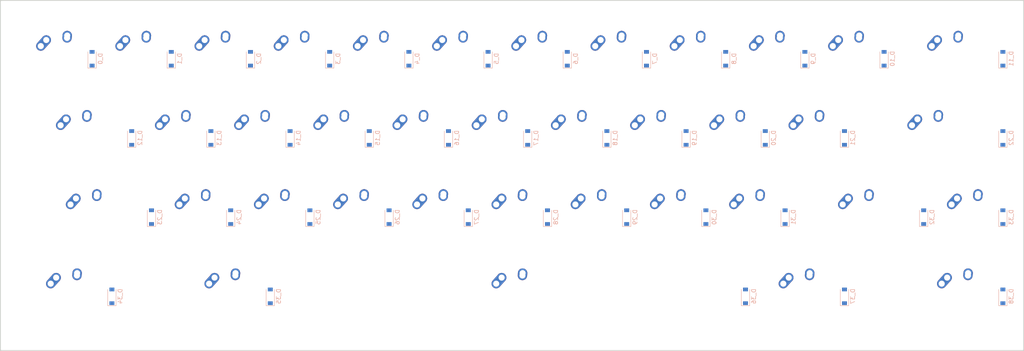
<source format=kicad_pcb>
(kicad_pcb (version 20211014) (generator pcbnew)
  (layers (0 "F.Cu" signal) (31 "B.Cu" signal) (34 "B.Paste" user) (35 "F.Paste" user) (36 "B.SilkS" user "B.Silkscreen") (37 "F.SilkS" user "F.Silkscreen") (38 "B.Mask" user) (39 "F.Mask" user) (44 "Edge.Cuts" user))
  (net 0 "")
  (net 1 "col0")
  (net 2 "col1")
  (net 3 "col2")
  (net 4 "col3")
  (net 5 "col4")
  (net 6 "col5")
  (net 7 "col6")
  (net 8 "col7")
  (net 9 "col8")
  (net 10 "col9")
  (net 11 "col10")
  (net 12 "col11")
  (net 13 "col12")
  (net 14 "row0")
  (net 15 "row1")
  (net 16 "row2")
  (net 17 "row3")
  (net 18 "Net-(D_0-Pad2)")
  (net 19 "Net-(D_1-Pad2)")
  (net 20 "Net-(D_2-Pad2)")
  (net 21 "Net-(D_3-Pad2)")
  (net 22 "Net-(D_4-Pad2)")
  (net 23 "Net-(D_5-Pad2)")
  (net 24 "Net-(D_6-Pad2)")
  (net 25 "Net-(D_7-Pad2)")
  (net 26 "Net-(D_8-Pad2)")
  (net 27 "Net-(D_9-Pad2)")
  (net 28 "Net-(D_10-Pad2)")
  (net 29 "Net-(D_11-Pad2)")
  (net 30 "Net-(D_12-Pad2)")
  (net 31 "Net-(D_13-Pad2)")
  (net 32 "Net-(D_14-Pad2)")
  (net 33 "Net-(D_15-Pad2)")
  (net 34 "Net-(D_16-Pad2)")
  (net 35 "Net-(D_17-Pad2)")
  (net 36 "Net-(D_18-Pad2)")
  (net 37 "Net-(D_19-Pad2)")
  (net 38 "Net-(D_20-Pad2)")
  (net 39 "Net-(D_21-Pad2)")
  (net 40 "Net-(D_22-Pad2)")
  (net 41 "Net-(D_23-Pad2)")
  (net 42 "Net-(D_24-Pad2)")
  (net 43 "Net-(D_25-Pad2)")
  (net 44 "Net-(D_26-Pad2)")
  (net 45 "Net-(D_27-Pad2)")
  (net 46 "Net-(D_28-Pad2)")
  (net 47 "Net-(D_29-Pad2)")
  (net 48 "Net-(D_30-Pad2)")
  (net 49 "Net-(D_31-Pad2)")
  (net 50 "Net-(D_32-Pad2)")
  (net 51 "Net-(D_33-Pad2)")
  (net 52 "Net-(D_34-Pad2)")
  (net 53 "Net-(D_35-Pad2)")
  (net 54 "Net-(D_36-Pad2)")
  (net 55 "Net-(D_37-Pad2)")
  (net 56 "Net-(D_38-Pad2)")
  (footprint "MX_Alps_Hybrid:MX-1U-NoLED" (layer "F.Cu") (at 61.9125 47.625)
    (fp_text reference "K_25")
    (fp_text value "KEYSW")
    (pad "" np_thru_hole circle locked (at -5.08 0 48.0996) (size 1.75 1.75) (drill 1.75) (layers *.Cu *.Mask))
    (pad "" np_thru_hole circle locked (at 5.08 0 48.0996) (size 1.75 1.75) (drill 1.75) (layers *.Cu *.Mask))
    (pad "" np_thru_hole circle locked (at 0 0) (size 3.9878 3.9878) (drill 3.9878) (layers *.Cu *.Mask))
    (pad "1" thru_hole oval locked (at -3.81 -2.54 48.0996) (size 4.211556 2.25) (drill 1.47 (offset 0.980778 0)) (layers *.Cu "B.Mask") (net 4 "col3"))
    (pad "1" thru_hole circle locked (at -2.5 -4) (size 2.25 2.25) (drill 1.47) (layers *.Cu "B.Mask") (net 4 "col3"))
    (pad "2" thru_hole circle locked (at 2.54 -5.08) (size 2.25 2.25) (drill 1.47) (layers *.Cu "B.Mask") (net 43 "Net-(D_25-Pad2)"))
    (pad "2" thru_hole oval locked (at 2.5 -4.5 86.0548) (size 2.831378 2.25) (drill 1.47 (offset 0.290689 0)) (layers *.Cu "B.Mask") (net 43 "Net-(D_25-Pad2)"))
  )
  (footprint "MX_Alps_Hybrid:MX-1U-NoLED" (layer "F.Cu") (at 157.1625 47.625)
    (fp_text reference "K_30")
    (fp_text value "KEYSW")
    (pad "" np_thru_hole circle locked (at -5.08 0 48.0996) (size 1.75 1.75) (drill 1.75) (layers *.Cu *.Mask))
    (pad "" np_thru_hole circle locked (at 0 0) (size 3.9878 3.9878) (drill 3.9878) (layers *.Cu *.Mask))
    (pad "" np_thru_hole circle locked (at 5.08 0 48.0996) (size 1.75 1.75) (drill 1.75) (layers *.Cu *.Mask))
    (pad "1" thru_hole oval locked (at -3.81 -2.54 48.0996) (size 4.211556 2.25) (drill 1.47 (offset 0.980778 0)) (layers *.Cu "B.Mask") (net 9 "col8"))
    (pad "1" thru_hole circle locked (at -2.5 -4) (size 2.25 2.25) (drill 1.47) (layers *.Cu "B.Mask") (net 9 "col8"))
    (pad "2" thru_hole circle locked (at 2.54 -5.08) (size 2.25 2.25) (drill 1.47) (layers *.Cu "B.Mask") (net 48 "Net-(D_30-Pad2)"))
    (pad "2" thru_hole oval locked (at 2.5 -4.5 86.0548) (size 2.831378 2.25) (drill 1.47 (offset 0.290689 0)) (layers *.Cu "B.Mask") (net 48 "Net-(D_30-Pad2)"))
  )
  (footprint "MX_Alps_Hybrid:MX-1.25U-NoLED" (layer "F.Cu") (at 50.00625 66.675)
    (fp_text reference "K_35")
    (fp_text value "KEYSW")
    (pad "" np_thru_hole circle locked (at 5.08 0 48.0996) (size 1.75 1.75) (drill 1.75) (layers *.Cu *.Mask))
    (pad "" np_thru_hole circle locked (at 0 0) (size 3.9878 3.9878) (drill 3.9878) (layers *.Cu *.Mask))
    (pad "" np_thru_hole circle locked (at -5.08 0 48.0996) (size 1.75 1.75) (drill 1.75) (layers *.Cu *.Mask))
    (pad "1" thru_hole circle locked (at -2.5 -4) (size 2.25 2.25) (drill 1.47) (layers *.Cu "B.Mask") (net 3 "col2"))
    (pad "1" thru_hole oval locked (at -3.81 -2.54 48.0996) (size 4.211556 2.25) (drill 1.47 (offset 0.980778 0)) (layers *.Cu "B.Mask") (net 3 "col2"))
    (pad "2" thru_hole oval locked (at 2.5 -4.5 86.0548) (size 2.831378 2.25) (drill 1.47 (offset 0.290689 0)) (layers *.Cu "B.Mask") (net 53 "Net-(D_35-Pad2)"))
    (pad "2" thru_hole circle locked (at 2.54 -5.08) (size 2.25 2.25) (drill 1.47) (layers *.Cu "B.Mask") (net 53 "Net-(D_35-Pad2)"))
  )
  (footprint "MX_Alps_Hybrid:MX-1U-NoLED" (layer "F.Cu") (at 171.45 28.575)
    (fp_text reference "K_20")
    (fp_text value "KEYSW")
    (pad "" np_thru_hole circle locked (at 5.08 0 48.0996) (size 1.75 1.75) (drill 1.75) (layers *.Cu *.Mask))
    (pad "" np_thru_hole circle locked (at 0 0) (size 3.9878 3.9878) (drill 3.9878) (layers *.Cu *.Mask))
    (pad "" np_thru_hole circle locked (at -5.08 0 48.0996) (size 1.75 1.75) (drill 1.75) (layers *.Cu *.Mask))
    (pad "1" thru_hole oval locked (at -3.81 -2.54 48.0996) (size 4.211556 2.25) (drill 1.47 (offset 0.980778 0)) (layers *.Cu "B.Mask") (net 10 "col9"))
    (pad "1" thru_hole circle locked (at -2.5 -4) (size 2.25 2.25) (drill 1.47) (layers *.Cu "B.Mask") (net 10 "col9"))
    (pad "2" thru_hole circle locked (at 2.54 -5.08) (size 2.25 2.25) (drill 1.47) (layers *.Cu "B.Mask") (net 38 "Net-(D_20-Pad2)"))
    (pad "2" thru_hole oval locked (at 2.5 -4.5 86.0548) (size 2.831378 2.25) (drill 1.47 (offset 0.290689 0)) (layers *.Cu "B.Mask") (net 38 "Net-(D_20-Pad2)"))
  )
  (footprint "MX_Alps_Hybrid:MX-1U-NoLED" (layer "F.Cu") (at 119.0625 47.625)
    (fp_text reference "K_28")
    (fp_text value "KEYSW")
    (pad "" np_thru_hole circle locked (at 0 0) (size 3.9878 3.9878) (drill 3.9878) (layers *.Cu *.Mask))
    (pad "" np_thru_hole circle locked (at 5.08 0 48.0996) (size 1.75 1.75) (drill 1.75) (layers *.Cu *.Mask))
    (pad "" np_thru_hole circle locked (at -5.08 0 48.0996) (size 1.75 1.75) (drill 1.75) (layers *.Cu *.Mask))
    (pad "1" thru_hole oval locked (at -3.81 -2.54 48.0996) (size 4.211556 2.25) (drill 1.47 (offset 0.980778 0)) (layers *.Cu "B.Mask") (net 7 "col6"))
    (pad "1" thru_hole circle locked (at -2.5 -4) (size 2.25 2.25) (drill 1.47) (layers *.Cu "B.Mask") (net 7 "col6"))
    (pad "2" thru_hole circle locked (at 2.54 -5.08) (size 2.25 2.25) (drill 1.47) (layers *.Cu "B.Mask") (net 46 "Net-(D_28-Pad2)"))
    (pad "2" thru_hole oval locked (at 2.5 -4.5 86.0548) (size 2.831378 2.25) (drill 1.47 (offset 0.290689 0)) (layers *.Cu "B.Mask") (net 46 "Net-(D_28-Pad2)"))
  )
  (footprint "MX_Alps_Hybrid:MX-1.75U-NoLED" (layer "F.Cu") (at 16.66875 47.625)
    (fp_text reference "K_23")
    (fp_text value "KEYSW")
    (pad "" np_thru_hole circle locked (at 0 0) (size 3.9878 3.9878) (drill 3.9878) (layers *.Cu *.Mask))
    (pad "" np_thru_hole circle locked (at 5.08 0 48.0996) (size 1.75 1.75) (drill 1.75) (layers *.Cu *.Mask))
    (pad "" np_thru_hole circle locked (at -5.08 0 48.0996) (size 1.75 1.75) (drill 1.75) (layers *.Cu *.Mask))
    (pad "1" thru_hole circle locked (at -2.5 -4) (size 2.25 2.25) (drill 1.47) (layers *.Cu "B.Mask") (net 1 "col0"))
    (pad "1" thru_hole oval locked (at -3.81 -2.54 48.0996) (size 4.211556 2.25) (drill 1.47 (offset 0.980778 0)) (layers *.Cu "B.Mask") (net 1 "col0"))
    (pad "2" thru_hole circle locked (at 2.54 -5.08) (size 2.25 2.25) (drill 1.47) (layers *.Cu "B.Mask") (net 41 "Net-(D_23-Pad2)"))
    (pad "2" thru_hole oval locked (at 2.5 -4.5 86.0548) (size 2.831378 2.25) (drill 1.47 (offset 0.290689 0)) (layers *.Cu "B.Mask") (net 41 "Net-(D_23-Pad2)"))
  )
  (footprint "MX_Alps_Hybrid:MX-1U-NoLED" (layer "F.Cu") (at 133.35 28.575)
    (fp_text reference "K_18")
    (fp_text value "KEYSW")
    (pad "" np_thru_hole circle locked (at -5.08 0 48.0996) (size 1.75 1.75) (drill 1.75) (layers *.Cu *.Mask))
    (pad "" np_thru_hole circle locked (at 5.08 0 48.0996) (size 1.75 1.75) (drill 1.75) (layers *.Cu *.Mask))
    (pad "" np_thru_hole circle locked (at 0 0) (size 3.9878 3.9878) (drill 3.9878) (layers *.Cu *.Mask))
    (pad "1" thru_hole circle locked (at -2.5 -4) (size 2.25 2.25) (drill 1.47) (layers *.Cu "B.Mask") (net 8 "col7"))
    (pad "1" thru_hole oval locked (at -3.81 -2.54 48.0996) (size 4.211556 2.25) (drill 1.47 (offset 0.980778 0)) (layers *.Cu "B.Mask") (net 8 "col7"))
    (pad "2" thru_hole circle locked (at 2.54 -5.08) (size 2.25 2.25) (drill 1.47) (layers *.Cu "B.Mask") (net 36 "Net-(D_18-Pad2)"))
    (pad "2" thru_hole oval locked (at 2.5 -4.5 86.0548) (size 2.831378 2.25) (drill 1.47 (offset 0.290689 0)) (layers *.Cu "B.Mask") (net 36 "Net-(D_18-Pad2)"))
  )
  (footprint "MX_Alps_Hybrid:MX-1.75U-NoLED" (layer "F.Cu") (at 202.40625 47.625)
    (fp_text reference "K_32")
    (fp_text value "KEYSW")
    (pad "" np_thru_hole circle locked (at 0 0) (size 3.9878 3.9878) (drill 3.9878) (layers *.Cu *.Mask))
    (pad "" np_thru_hole circle locked (at 5.08 0 48.0996) (size 1.75 1.75) (drill 1.75) (layers *.Cu *.Mask))
    (pad "" np_thru_hole circle locked (at -5.08 0 48.0996) (size 1.75 1.75) (drill 1.75) (layers *.Cu *.Mask))
    (pad "1" thru_hole circle locked (at -2.5 -4) (size 2.25 2.25) (drill 1.47) (layers *.Cu "B.Mask") (net 11 "col10"))
    (pad "1" thru_hole oval locked (at -3.81 -2.54 48.0996) (size 4.211556 2.25) (drill 1.47 (offset 0.980778 0)) (layers *.Cu "B.Mask") (net 11 "col10"))
    (pad "2" thru_hole oval locked (at 2.5 -4.5 86.0548) (size 2.831378 2.25) (drill 1.47 (offset 0.290689 0)) (layers *.Cu "B.Mask") (net 50 "Net-(D_32-Pad2)"))
    (pad "2" thru_hole circle locked (at 2.54 -5.08) (size 2.25 2.25) (drill 1.47) (layers *.Cu "B.Mask") (net 50 "Net-(D_32-Pad2)"))
  )
  (footprint "MX_Alps_Hybrid:MX-1.25U-NoLED" (layer "F.Cu") (at 226.21875 66.675)
    (fp_text reference "K_38")
    (fp_text value "KEYSW")
    (pad "" np_thru_hole circle locked (at 5.08 0 48.0996) (size 1.75 1.75) (drill 1.75) (layers *.Cu *.Mask))
    (pad "" np_thru_hole circle locked (at 0 0) (size 3.9878 3.9878) (drill 3.9878) (layers *.Cu *.Mask))
    (pad "" np_thru_hole circle locked (at -5.08 0 48.0996) (size 1.75 1.75) (drill 1.75) (layers *.Cu *.Mask))
    (pad "1" thru_hole oval locked (at -3.81 -2.54 48.0996) (size 4.211556 2.25) (drill 1.47 (offset 0.980778 0)) (layers *.Cu "B.Mask") (net 12 "col11"))
    (pad "1" thru_hole circle locked (at -2.5 -4) (size 2.25 2.25) (drill 1.47) (layers *.Cu "B.Mask") (net 12 "col11"))
    (pad "2" thru_hole oval locked (at 2.5 -4.5 86.0548) (size 2.831378 2.25) (drill 1.47 (offset 0.290689 0)) (layers *.Cu "B.Mask") (net 56 "Net-(D_38-Pad2)"))
    (pad "2" thru_hole circle locked (at 2.54 -5.08) (size 2.25 2.25) (drill 1.47) (layers *.Cu "B.Mask") (net 56 "Net-(D_38-Pad2)"))
  )
  (footprint "MX_Alps_Hybrid:MX-1.5U-NoLED" (layer "F.Cu") (at 223.8375 9.525)
    (fp_text reference "K_11")
    (fp_text value "KEYSW")
    (pad "" np_thru_hole circle locked (at 5.08 0 48.0996) (size 1.75 1.75) (drill 1.75) (layers *.Cu *.Mask))
    (pad "" np_thru_hole circle locked (at -5.08 0 48.0996) (size 1.75 1.75) (drill 1.75) (layers *.Cu *.Mask))
    (pad "" np_thru_hole circle locked (at 0 0) (size 3.9878 3.9878) (drill 3.9878) (layers *.Cu *.Mask))
    (pad "1" thru_hole circle locked (at -2.5 -4) (size 2.25 2.25) (drill 1.47) (layers *.Cu "B.Mask") (net 12 "col11"))
    (pad "1" thru_hole oval locked (at -3.81 -2.54 48.0996) (size 4.211556 2.25) (drill 1.47 (offset 0.980778 0)) (layers *.Cu "B.Mask") (net 12 "col11"))
    (pad "2" thru_hole circle locked (at 2.54 -5.08) (size 2.25 2.25) (drill 1.47) (layers *.Cu "B.Mask") (net 29 "Net-(D_11-Pad2)"))
    (pad "2" thru_hole oval locked (at 2.5 -4.5 86.0548) (size 2.831378 2.25) (drill 1.47 (offset 0.290689 0)) (layers *.Cu "B.Mask") (net 29 "Net-(D_11-Pad2)"))
  )
  (footprint "MX_Alps_Hybrid:MX-1U-NoLED" (layer "F.Cu") (at 66.675 9.525)
    (fp_text reference "K_3")
    (fp_text value "KEYSW")
    (pad "" np_thru_hole circle locked (at -5.08 0 48.0996) (size 1.75 1.75) (drill 1.75) (layers *.Cu *.Mask))
    (pad "" np_thru_hole circle locked (at 0 0) (size 3.9878 3.9878) (drill 3.9878) (layers *.Cu *.Mask))
    (pad "" np_thru_hole circle locked (at 5.08 0 48.0996) (size 1.75 1.75) (drill 1.75) (layers *.Cu *.Mask))
    (pad "1" thru_hole oval locked (at -3.81 -2.54 48.0996) (size 4.211556 2.25) (drill 1.47 (offset 0.980778 0)) (layers *.Cu "B.Mask") (net 4 "col3"))
    (pad "1" thru_hole circle locked (at -2.5 -4) (size 2.25 2.25) (drill 1.47) (layers *.Cu "B.Mask") (net 4 "col3"))
    (pad "2" thru_hole oval locked (at 2.5 -4.5 86.0548) (size 2.831378 2.25) (drill 1.47 (offset 0.290689 0)) (layers *.Cu "B.Mask") (net 21 "Net-(D_3-Pad2)"))
    (pad "2" thru_hole circle locked (at 2.54 -5.08) (size 2.25 2.25) (drill 1.47) (layers *.Cu "B.Mask") (net 21 "Net-(D_3-Pad2)"))
  )
  (footprint "MX_Alps_Hybrid:MX-6U-NoLED" (layer "F.Cu") (at 119.0625 66.675)
    (fp_text reference "K_36")
    (fp_text value "KEYSW")
    (pad "" np_thru_hole circle locked (at -5.08 0 48.0996) (size 1.75 1.75) (drill 1.75) (layers *.Cu *.Mask))
    (pad "" np_thru_hole circle locked (at 0 0) (size 3.9878 3.9878) (drill 3.9878) (layers *.Cu *.Mask))
    (pad "" np_thru_hole circle locked (at 5.08 0 48.0996) (size 1.75 1.75) (drill 1.75) (layers *.Cu *.Mask))
    (pad "1" thru_hole oval locked (at -3.81 -2.54 48.0996) (size 4.211556 2.25) (drill 1.47 (offset 0.980778 0)) (layers *.Cu "B.Mask") (net 7 "col6"))
    (pad "1" thru_hole circle locked (at -2.5 -4) (size 2.25 2.25) (drill 1.47) (layers *.Cu "B.Mask") (net 7 "col6"))
    (pad "2" thru_hole circle locked (at 2.54 -5.08) (size 2.25 2.25) (drill 1.47) (layers *.Cu "B.Mask") (net 54 "Net-(D_36-Pad2)"))
    (pad "2" thru_hole oval locked (at 2.5 -4.5 86.0548) (size 2.831378 2.25) (drill 1.47 (offset 0.290689 0)) (layers *.Cu "B.Mask") (net 54 "Net-(D_36-Pad2)"))
  )
  (footprint "MX_Alps_Hybrid:MX-1U-NoLED" (layer "F.Cu") (at 176.2125 47.625)
    (fp_text reference "K_31")
    (fp_text value "KEYSW")
    (pad "" np_thru_hole circle locked (at -5.08 0 48.0996) (size 1.75 1.75) (drill 1.75) (layers *.Cu *.Mask))
    (pad "" np_thru_hole circle locked (at 0 0) (size 3.9878 3.9878) (drill 3.9878) (layers *.Cu *.Mask))
    (pad "" np_thru_hole circle locked (at 5.08 0 48.0996) (size 1.75 1.75) (drill 1.75) (layers *.Cu *.Mask))
    (pad "1" thru_hole oval locked (at -3.81 -2.54 48.0996) (size 4.211556 2.25) (drill 1.47 (offset 0.980778 0)) (layers *.Cu "B.Mask") (net 10 "col9"))
    (pad "1" thru_hole circle locked (at -2.5 -4) (size 2.25 2.25) (drill 1.47) (layers *.Cu "B.Mask") (net 10 "col9"))
    (pad "2" thru_hole oval locked (at 2.5 -4.5 86.0548) (size 2.831378 2.25) (drill 1.47 (offset 0.290689 0)) (layers *.Cu "B.Mask") (net 49 "Net-(D_31-Pad2)"))
    (pad "2" thru_hole circle locked (at 2.54 -5.08) (size 2.25 2.25) (drill 1.47) (layers *.Cu "B.Mask") (net 49 "Net-(D_31-Pad2)"))
  )
  (footprint "MX_Alps_Hybrid:MX-1U-NoLED" (layer "F.Cu") (at 95.25 28.575)
    (fp_text reference "K_16")
    (fp_text value "KEYSW")
    (pad "" np_thru_hole circle locked (at 0 0) (size 3.9878 3.9878) (drill 3.9878) (layers *.Cu *.Mask))
    (pad "" np_thru_hole circle locked (at 5.08 0 48.0996) (size 1.75 1.75) (drill 1.75) (layers *.Cu *.Mask))
    (pad "" np_thru_hole circle locked (at -5.08 0 48.0996) (size 1.75 1.75) (drill 1.75) (layers *.Cu *.Mask))
    (pad "1" thru_hole circle locked (at -2.5 -4) (size 2.25 2.25) (drill 1.47) (layers *.Cu "B.Mask") (net 6 "col5"))
    (pad "1" thru_hole oval locked (at -3.81 -2.54 48.0996) (size 4.211556 2.25) (drill 1.47 (offset 0.980778 0)) (layers *.Cu "B.Mask") (net 6 "col5"))
    (pad "2" thru_hole circle locked (at 2.54 -5.08) (size 2.25 2.25) (drill 1.47) (layers *.Cu "B.Mask") (net 34 "Net-(D_16-Pad2)"))
    (pad "2" thru_hole oval locked (at 2.5 -4.5 86.0548) (size 2.831378 2.25) (drill 1.47 (offset 0.290689 0)) (layers *.Cu "B.Mask") (net 34 "Net-(D_16-Pad2)"))
  )
  (footprint "MX_Alps_Hybrid:MX-1U-NoLED" (layer "F.Cu") (at 85.725 9.525)
    (fp_text reference "K_4")
    (fp_text value "KEYSW")
    (pad "" np_thru_hole circle locked (at 0 0) (size 3.9878 3.9878) (drill 3.9878) (layers *.Cu *.Mask))
    (pad "" np_thru_hole circle locked (at 5.08 0 48.0996) (size 1.75 1.75) (drill 1.75) (layers *.Cu *.Mask))
    (pad "" np_thru_hole circle locked (at -5.08 0 48.0996) (size 1.75 1.75) (drill 1.75) (layers *.Cu *.Mask))
    (pad "1" thru_hole oval locked (at -3.81 -2.54 48.0996) (size 4.211556 2.25) (drill 1.47 (offset 0.980778 0)) (layers *.Cu "B.Mask") (net 5 "col4"))
    (pad "1" thru_hole circle locked (at -2.5 -4) (size 2.25 2.25) (drill 1.47) (layers *.Cu "B.Mask") (net 5 "col4"))
    (pad "2" thru_hole oval locked (at 2.5 -4.5 86.0548) (size 2.831378 2.25) (drill 1.47 (offset 0.290689 0)) (layers *.Cu "B.Mask") (net 22 "Net-(D_4-Pad2)"))
    (pad "2" thru_hole circle locked (at 2.54 -5.08) (size 2.25 2.25) (drill 1.47) (layers *.Cu "B.Mask") (net 22 "Net-(D_4-Pad2)"))
  )
  (footprint "MX_Alps_Hybrid:MX-1U-NoLED" (layer "F.Cu") (at 100.0125 47.625)
    (fp_text reference "K_27")
    (fp_text value "KEYSW")
    (pad "" np_thru_hole circle locked (at 5.08 0 48.0996) (size 1.75 1.75) (drill 1.75) (layers *.Cu *.Mask))
    (pad "" np_thru_hole circle locked (at 0 0) (size 3.9878 3.9878) (drill 3.9878) (layers *.Cu *.Mask))
    (pad "" np_thru_hole circle locked (at -5.08 0 48.0996) (size 1.75 1.75) (drill 1.75) (layers *.Cu *.Mask))
    (pad "1" thru_hole circle locked (at -2.5 -4) (size 2.25 2.25) (drill 1.47) (layers *.Cu "B.Mask") (net 6 "col5"))
    (pad "1" thru_hole oval locked (at -3.81 -2.54 48.0996) (size 4.211556 2.25) (drill 1.47 (offset 0.980778 0)) (layers *.Cu "B.Mask") (net 6 "col5"))
    (pad "2" thru_hole circle locked (at 2.54 -5.08) (size 2.25 2.25) (drill 1.47) (layers *.Cu "B.Mask") (net 45 "Net-(D_27-Pad2)"))
    (pad "2" thru_hole oval locked (at 2.5 -4.5 86.0548) (size 2.831378 2.25) (drill 1.47 (offset 0.290689 0)) (layers *.Cu "B.Mask") (net 45 "Net-(D_27-Pad2)"))
  )
  (footprint "MX_Alps_Hybrid:MX-1U-NoLED" (layer "F.Cu") (at 200.025 9.525)
    (fp_text reference "K_10")
    (fp_text value "KEYSW")
    (pad "" np_thru_hole circle locked (at -5.08 0 48.0996) (size 1.75 1.75) (drill 1.75) (layers *.Cu *.Mask))
    (pad "" np_thru_hole circle locked (at 5.08 0 48.0996) (size 1.75 1.75) (drill 1.75) (layers *.Cu *.Mask))
    (pad "" np_thru_hole circle locked (at 0 0) (size 3.9878 3.9878) (drill 3.9878) (layers *.Cu *.Mask))
    (pad "1" thru_hole circle locked (at -2.5 -4) (size 2.25 2.25) (drill 1.47) (layers *.Cu "B.Mask") (net 11 "col10"))
    (pad "1" thru_hole oval locked (at -3.81 -2.54 48.0996) (size 4.211556 2.25) (drill 1.47 (offset 0.980778 0)) (layers *.Cu "B.Mask") (net 11 "col10"))
    (pad "2" thru_hole oval locked (at 2.5 -4.5 86.0548) (size 2.831378 2.25) (drill 1.47 (offset 0.290689 0)) (layers *.Cu "B.Mask") (net 28 "Net-(D_10-Pad2)"))
    (pad "2" thru_hole circle locked (at 2.54 -5.08) (size 2.25 2.25) (drill 1.47) (layers *.Cu "B.Mask") (net 28 "Net-(D_10-Pad2)"))
  )
  (footprint "MX_Alps_Hybrid:MX-1U-NoLED" (layer "F.Cu") (at 76.2 28.575)
    (fp_text reference "K_15")
    (fp_text value "KEYSW")
    (pad "" np_thru_hole circle locked (at 5.08 0 48.0996) (size 1.75 1.75) (drill 1.75) (layers *.Cu *.Mask))
    (pad "" np_thru_hole circle locked (at 0 0) (size 3.9878 3.9878) (drill 3.9878) (layers *.Cu *.Mask))
    (pad "" np_thru_hole circle locked (at -5.08 0 48.0996) (size 1.75 1.75) (drill 1.75) (layers *.Cu *.Mask))
    (pad "1" thru_hole circle locked (at -2.5 -4) (size 2.25 2.25) (drill 1.47) (layers *.Cu "B.Mask") (net 5 "col4"))
    (pad "1" thru_hole oval locked (at -3.81 -2.54 48.0996) (size 4.211556 2.25) (drill 1.47 (offset 0.980778 0)) (layers *.Cu "B.Mask") (net 5 "col4"))
    (pad "2" thru_hole circle locked (at 2.54 -5.08) (size 2.25 2.25) (drill 1.47) (layers *.Cu "B.Mask") (net 33 "Net-(D_15-Pad2)"))
    (pad "2" thru_hole oval locked (at 2.5 -4.5 86.0548) (size 2.831378 2.25) (drill 1.47 (offset 0.290689 0)) (layers *.Cu "B.Mask") (net 33 "Net-(D_15-Pad2)"))
  )
  (footprint "MX_Alps_Hybrid:MX-1.25U-NoLED" (layer "F.Cu") (at 188.11875 66.675)
    (fp_text reference "K_37")
    (fp_text value "KEYSW")
    (pad "" np_thru_hole circle locked (at -5.08 0 48.0996) (size 1.75 1.75) (drill 1.75) (layers *.Cu *.Mask))
    (pad "" np_thru_hole circle locked (at 0 0) (size 3.9878 3.9878) (drill 3.9878) (layers *.Cu *.Mask))
    (pad "" np_thru_hole circle locked (at 5.08 0 48.0996) (size 1.75 1.75) (drill 1.75) (layers *.Cu *.Mask))
    (pad "1" thru_hole oval locked (at -3.81 -2.54 48.0996) (size 4.211556 2.25) (drill 1.47 (offset 0.980778 0)) (layers *.Cu "B.Mask") (net 10 "col9"))
    (pad "1" thru_hole circle locked (at -2.5 -4) (size 2.25 2.25) (drill 1.47) (layers *.Cu "B.Mask") (net 10 "col9"))
    (pad "2" thru_hole circle locked (at 2.54 -5.08) (size 2.25 2.25) (drill 1.47) (layers *.Cu "B.Mask") (net 55 "Net-(D_37-Pad2)"))
    (pad "2" thru_hole oval locked (at 2.5 -4.5 86.0548) (size 2.831378 2.25) (drill 1.47 (offset 0.290689 0)) (layers *.Cu "B.Mask") (net 55 "Net-(D_37-Pad2)"))
  )
  (footprint "MX_Alps_Hybrid:MX-1U-NoLED" (layer "F.Cu") (at 142.875 9.525)
    (fp_text reference "K_7")
    (fp_text value "KEYSW")
    (pad "" np_thru_hole circle locked (at -5.08 0 48.0996) (size 1.75 1.75) (drill 1.75) (layers *.Cu *.Mask))
    (pad "" np_thru_hole circle locked (at 5.08 0 48.0996) (size 1.75 1.75) (drill 1.75) (layers *.Cu *.Mask))
    (pad "" np_thru_hole circle locked (at 0 0) (size 3.9878 3.9878) (drill 3.9878) (layers *.Cu *.Mask))
    (pad "1" thru_hole circle locked (at -2.5 -4) (size 2.25 2.25) (drill 1.47) (layers *.Cu "B.Mask") (net 8 "col7"))
    (pad "1" thru_hole oval locked (at -3.81 -2.54 48.0996) (size 4.211556 2.25) (drill 1.47 (offset 0.980778 0)) (layers *.Cu "B.Mask") (net 8 "col7"))
    (pad "2" thru_hole circle locked (at 2.54 -5.08) (size 2.25 2.25) (drill 1.47) (layers *.Cu "B.Mask") (net 25 "Net-(D_7-Pad2)"))
    (pad "2" thru_hole oval locked (at 2.5 -4.5 86.0548) (size 2.831378 2.25) (drill 1.47 (offset 0.290689 0)) (layers *.Cu "B.Mask") (net 25 "Net-(D_7-Pad2)"))
  )
  (footprint "MX_Alps_Hybrid:MX-1U-NoLED" (layer "F.Cu") (at 138.1125 47.625)
    (fp_text reference "K_29")
    (fp_text value "KEYSW")
    (pad "" np_thru_hole circle locked (at 0 0) (size 3.9878 3.9878) (drill 3.9878) (layers *.Cu *.Mask))
    (pad "" np_thru_hole circle locked (at 5.08 0 48.0996) (size 1.75 1.75) (drill 1.75) (layers *.Cu *.Mask))
    (pad "" np_thru_hole circle locked (at -5.08 0 48.0996) (size 1.75 1.75) (drill 1.75) (layers *.Cu *.Mask))
    (pad "1" thru_hole oval locked (at -3.81 -2.54 48.0996) (size 4.211556 2.25) (drill 1.47 (offset 0.980778 0)) (layers *.Cu "B.Mask") (net 8 "col7"))
    (pad "1" thru_hole circle locked (at -2.5 -4) (size 2.25 2.25) (drill 1.47) (layers *.Cu "B.Mask") (net 8 "col7"))
    (pad "2" thru_hole oval locked (at 2.5 -4.5 86.0548) (size 2.831378 2.25) (drill 1.47 (offset 0.290689 0)) (layers *.Cu "B.Mask") (net 47 "Net-(D_29-Pad2)"))
    (pad "2" thru_hole circle locked (at 2.54 -5.08) (size 2.25 2.25) (drill 1.47) (layers *.Cu "B.Mask") (net 47 "Net-(D_29-Pad2)"))
  )
  (footprint "MX_Alps_Hybrid:MX-1U-NoLED" (layer "F.Cu") (at 161.925 9.525)
    (fp_text reference "K_8")
    (fp_text value "KEYSW")
    (pad "" np_thru_hole circle locked (at -5.08 0 48.0996) (size 1.75 1.75) (drill 1.75) (layers *.Cu *.Mask))
    (pad "" np_thru_hole circle locked (at 0 0) (size 3.9878 3.9878) (drill 3.9878) (layers *.Cu *.Mask))
    (pad "" np_thru_hole circle locked (at 5.08 0 48.0996) (size 1.75 1.75) (drill 1.75) (layers *.Cu *.Mask))
    (pad "1" thru_hole circle locked (at -2.5 -4) (size 2.25 2.25) (drill 1.47) (layers *.Cu "B.Mask") (net 9 "col8"))
    (pad "1" thru_hole oval locked (at -3.81 -2.54 48.0996) (size 4.211556 2.25) (drill 1.47 (offset 0.980778 0)) (layers *.Cu "B.Mask") (net 9 "col8"))
    (pad "2" thru_hole oval locked (at 2.5 -4.5 86.0548) (size 2.831378 2.25) (drill 1.47 (offset 0.290689 0)) (layers *.Cu "B.Mask") (net 26 "Net-(D_8-Pad2)"))
    (pad "2" thru_hole circle locked (at 2.54 -5.08) (size 2.25 2.25) (drill 1.47) (layers *.Cu "B.Mask") (net 26 "Net-(D_8-Pad2)"))
  )
  (footprint "MX_Alps_Hybrid:MX-1U-NoLED" (layer "F.Cu") (at 104.775 9.525)
    (fp_text reference "K_5")
    (fp_text value "KEYSW")
    (pad "" np_thru_hole circle locked (at 5.08 0 48.0996) (size 1.75 1.75) (drill 1.75) (layers *.Cu *.Mask))
    (pad "" np_thru_hole circle locked (at -5.08 0 48.0996) (size 1.75 1.75) (drill 1.75) (layers *.Cu *.Mask))
    (pad "" np_thru_hole circle locked (at 0 0) (size 3.9878 3.9878) (drill 3.9878) (layers *.Cu *.Mask))
    (pad "1" thru_hole circle locked (at -2.5 -4) (size 2.25 2.25) (drill 1.47) (layers *.Cu "B.Mask") (net 6 "col5"))
    (pad "1" thru_hole oval locked (at -3.81 -2.54 48.0996) (size 4.211556 2.25) (drill 1.47 (offset 0.980778 0)) (layers *.Cu "B.Mask") (net 6 "col5"))
    (pad "2" thru_hole oval locked (at 2.5 -4.5 86.0548) (size 2.831378 2.25) (drill 1.47 (offset 0.290689 0)) (layers *.Cu "B.Mask") (net 23 "Net-(D_5-Pad2)"))
    (pad "2" thru_hole circle locked (at 2.54 -5.08) (size 2.25 2.25) (drill 1.47) (layers *.Cu "B.Mask") (net 23 "Net-(D_5-Pad2)"))
  )
  (footprint "MX_Alps_Hybrid:MX-1U-NoLED" (layer "F.Cu") (at 114.3 28.575)
    (fp_text reference "K_17")
    (fp_text value "KEYSW")
    (pad "" np_thru_hole circle locked (at 5.08 0 48.0996) (size 1.75 1.75) (drill 1.75) (layers *.Cu *.Mask))
    (pad "" np_thru_hole circle locked (at -5.08 0 48.0996) (size 1.75 1.75) (drill 1.75) (layers *.Cu *.Mask))
    (pad "" np_thru_hole circle locked (at 0 0) (size 3.9878 3.9878) (drill 3.9878) (layers *.Cu *.Mask))
    (pad "1" thru_hole oval locked (at -3.81 -2.54 48.0996) (size 4.211556 2.25) (drill 1.47 (offset 0.980778 0)) (layers *.Cu "B.Mask") (net 7 "col6"))
    (pad "1" thru_hole circle locked (at -2.5 -4) (size 2.25 2.25) (drill 1.47) (layers *.Cu "B.Mask") (net 7 "col6"))
    (pad "2" thru_hole oval locked (at 2.5 -4.5 86.0548) (size 2.831378 2.25) (drill 1.47 (offset 0.290689 0)) (layers *.Cu "B.Mask") (net 35 "Net-(D_17-Pad2)"))
    (pad "2" thru_hole circle locked (at 2.54 -5.08) (size 2.25 2.25) (drill 1.47) (layers *.Cu "B.Mask") (net 35 "Net-(D_17-Pad2)"))
  )
  (footprint "MX_Alps_Hybrid:MX-2U-NoLED" (layer "F.Cu") (at 219.075 28.575)
    (fp_text reference "K_22")
    (fp_text value "KEYSW")
    (pad "" np_thru_hole circle locked (at 11.938 8.255) (size 3.9878 3.9878) (drill 3.9878) (layers *.Cu *.Mask))
    (pad "" np_thru_hole circle locked (at -11.938 8.255) (size 3.9878 3.9878) (drill 3.9878) (layers *.Cu *.Mask))
    (pad "" np_thru_hole circle locked (at 11.938 -6.985) (size 3.048 3.048) (drill 3.048) (layers *.Cu *.Mask))
    (pad "" np_thru_hole circle locked (at -5.08 0 48.0996) (size 1.75 1.75) (drill 1.75) (layers *.Cu *.Mask))
    (pad "" np_thru_hole circle locked (at -11.938 -6.985) (size 3.048 3.048) (drill 3.048) (layers *.Cu *.Mask))
    (pad "" np_thru_hole circle locked (at 0 0) (size 3.9878 3.9878) (drill 3.9878) (layers *.Cu *.Mask))
    (pad "" np_thru_hole circle locked (at 5.08 0 48.0996) (size 1.75 1.75) (drill 1.75) (layers *.Cu *.Mask))
    (pad "1" thru_hole circle locked (at -2.5 -4) (size 2.25 2.25) (drill 1.47) (layers *.Cu "B.Mask") (net 12 "col11"))
    (pad "1" thru_hole oval locked (at -3.81 -2.54 48.0996) (size 4.211556 2.25) (drill 1.47 (offset 0.980778 0)) (layers *.Cu "B.Mask") (net 12 "col11"))
    (pad "2" thru_hole oval locked (at 2.5 -4.5 86.0548) (size 2.831378 2.25) (drill 1.47 (offset 0.290689 0)) (layers *.Cu "B.Mask") (net 40 "Net-(D_22-Pad2)"))
    (pad "2" thru_hole circle locked (at 2.54 -5.08) (size 2.25 2.25) (drill 1.47) (layers *.Cu "B.Mask") (net 40 "Net-(D_22-Pad2)"))
  )
  (footprint "MX_Alps_Hybrid:MX-1U-NoLED" (layer "F.Cu") (at 57.15 28.575)
    (fp_text reference "K_14")
    (fp_text value "KEYSW")
    (pad "" np_thru_hole circle locked (at 5.08 0 48.0996) (size 1.75 1.75) (drill 1.75) (layers *.Cu *.Mask))
    (pad "" np_thru_hole circle locked (at -5.08 0 48.0996) (size 1.75 1.75) (drill 1.75) (layers *.Cu *.Mask))
    (pad "" np_thru_hole circle locked (at 0 0) (size 3.9878 3.9878) (drill 3.9878) (layers *.Cu *.Mask))
    (pad "1" thru_hole oval locked (at -3.81 -2.54 48.0996) (size 4.211556 2.25) (drill 1.47 (offset 0.980778 0)) (layers *.Cu "B.Mask") (net 4 "col3"))
    (pad "1" thru_hole circle locked (at -2.5 -4) (size 2.25 2.25) (drill 1.47) (layers *.Cu "B.Mask") (net 4 "col3"))
    (pad "2" thru_hole oval locked (at 2.5 -4.5 86.0548) (size 2.831378 2.25) (drill 1.47 (offset 0.290689 0)) (layers *.Cu "B.Mask") (net 32 "Net-(D_14-Pad2)"))
    (pad "2" thru_hole circle locked (at 2.54 -5.08) (size 2.25 2.25) (drill 1.47) (layers *.Cu "B.Mask") (net 32 "Net-(D_14-Pad2)"))
  )
  (footprint "MX_Alps_Hybrid:MX-1U-NoLED" (layer "F.Cu") (at 42.8625 47.625)
    (fp_text reference "K_24")
    (fp_text value "KEYSW")
    (pad "" np_thru_hole circle locked (at 0 0) (size 3.9878 3.9878) (drill 3.9878) (layers *.Cu *.Mask))
    (pad "" np_thru_hole circle locked (at 5.08 0 48.0996) (size 1.75 1.75) (drill 1.75) (layers *.Cu *.Mask))
    (pad "" np_thru_hole circle locked (at -5.08 0 48.0996) (size 1.75 1.75) (drill 1.75) (layers *.Cu *.Mask))
    (pad "1" thru_hole oval locked (at -3.81 -2.54 48.0996) (size 4.211556 2.25) (drill 1.47 (offset 0.980778 0)) (layers *.Cu "B.Mask") (net 3 "col2"))
    (pad "1" thru_hole circle locked (at -2.5 -4) (size 2.25 2.25) (drill 1.47) (layers *.Cu "B.Mask") (net 3 "col2"))
    (pad "2" thru_hole oval locked (at 2.5 -4.5 86.0548) (size 2.831378 2.25) (drill 1.47 (offset 0.290689 0)) (layers *.Cu "B.Mask") (net 42 "Net-(D_24-Pad2)"))
    (pad "2" thru_hole circle locked (at 2.54 -5.08) (size 2.25 2.25) (drill 1.47) (layers *.Cu "B.Mask") (net 42 "Net-(D_24-Pad2)"))
  )
  (footprint "MX_Alps_Hybrid:MX-1U-NoLED" (layer "F.Cu") (at 152.4 28.575)
    (fp_text reference "K_19")
    (fp_text value "KEYSW")
    (pad "" np_thru_hole circle locked (at 5.08 0 48.0996) (size 1.75 1.75) (drill 1.75) (layers *.Cu *.Mask))
    (pad "" np_thru_hole circle locked (at -5.08 0 48.0996) (size 1.75 1.75) (drill 1.75) (layers *.Cu *.Mask))
    (pad "" np_thru_hole circle locked (at 0 0) (size 3.9878 3.9878) (drill 3.9878) (layers *.Cu *.Mask))
    (pad "1" thru_hole oval locked (at -3.81 -2.54 48.0996) (size 4.211556 2.25) (drill 1.47 (offset 0.980778 0)) (layers *.Cu "B.Mask") (net 9 "col8"))
    (pad "1" thru_hole circle locked (at -2.5 -4) (size 2.25 2.25) (drill 1.47) (layers *.Cu "B.Mask") (net 9 "col8"))
    (pad "2" thru_hole oval locked (at 2.5 -4.5 86.0548) (size 2.831378 2.25) (drill 1.47 (offset 0.290689 0)) (layers *.Cu "B.Mask") (net 37 "Net-(D_19-Pad2)"))
    (pad "2" thru_hole circle locked (at 2.54 -5.08) (size 2.25 2.25) (drill 1.47) (layers *.Cu "B.Mask") (net 37 "Net-(D_19-Pad2)"))
  )
  (footprint "MX_Alps_Hybrid:MX-1U-NoLED" (layer "F.Cu") (at 123.825 9.525)
    (fp_text reference "K_6")
    (fp_text value "KEYSW")
    (pad "" np_thru_hole circle locked (at 5.08 0 48.0996) (size 1.75 1.75) (drill 1.75) (layers *.Cu *.Mask))
    (pad "" np_thru_hole circle locked (at 0 0) (size 3.9878 3.9878) (drill 3.9878) (layers *.Cu *.Mask))
    (pad "" np_thru_hole circle locked (at -5.08 0 48.0996) (size 1.75 1.75) (drill 1.75) (layers *.Cu *.Mask))
    (pad "1" thru_hole oval locked (at -3.81 -2.54 48.0996) (size 4.211556 2.25) (drill 1.47 (offset 0.980778 0)) (layers *.Cu "B.Mask") (net 7 "col6"))
    (pad "1" thru_hole circle locked (at -2.5 -4) (size 2.25 2.25) (drill 1.47) (layers *.Cu "B.Mask") (net 7 "col6"))
    (pad "2" thru_hole oval locked (at 2.5 -4.5 86.0548) (size 2.831378 2.25) (drill 1.47 (offset 0.290689 0)) (layers *.Cu "B.Mask") (net 24 "Net-(D_6-Pad2)"))
    (pad "2" thru_hole circle locked (at 2.54 -5.08) (size 2.25 2.25) (drill 1.47) (layers *.Cu "B.Mask") (net 24 "Net-(D_6-Pad2)"))
  )
  (footprint "MX_Alps_Hybrid:MX-1.5U-NoLED" (layer "F.Cu") (at 14.2875 28.575)
    (fp_text reference "K_12")
    (fp_text value "KEYSW")
    (pad "" np_thru_hole circle locked (at 0 0) (size 3.9878 3.9878) (drill 3.9878) (layers *.Cu *.Mask))
    (pad "" np_thru_hole circle locked (at -5.08 0 48.0996) (size 1.75 1.75) (drill 1.75) (layers *.Cu *.Mask))
    (pad "" np_thru_hole circle locked (at 5.08 0 48.0996) (size 1.75 1.75) (drill 1.75) (layers *.Cu *.Mask))
    (pad "1" thru_hole oval locked (at -3.81 -2.54 48.0996) (size 4.211556 2.25) (drill 1.47 (offset 0.980778 0)) (layers *.Cu "B.Mask") (net 1 "col0"))
    (pad "1" thru_hole circle locked (at -2.5 -4) (size 2.25 2.25) (drill 1.47) (layers *.Cu "B.Mask") (net 1 "col0"))
    (pad "2" thru_hole oval locked (at 2.5 -4.5 86.0548) (size 2.831378 2.25) (drill 1.47 (offset 0.290689 0)) (layers *.Cu "B.Mask") (net 30 "Net-(D_12-Pad2)"))
    (pad "2" thru_hole circle locked (at 2.54 -5.08) (size 2.25 2.25) (drill 1.47) (layers *.Cu "B.Mask") (net 30 "Net-(D_12-Pad2)"))
  )
  (footprint "MX_Alps_Hybrid:MX-1U-NoLED" (layer "F.Cu") (at 47.625 9.525)
    (fp_text reference "K_2")
    (fp_text value "KEYSW")
    (pad "" np_thru_hole circle locked (at 5.08 0 48.0996) (size 1.75 1.75) (drill 1.75) (layers *.Cu *.Mask))
    (pad "" np_thru_hole circle locked (at 0 0) (size 3.9878 3.9878) (drill 3.9878) (layers *.Cu *.Mask))
    (pad "" np_thru_hole circle locked (at -5.08 0 48.0996) (size 1.75 1.75) (drill 1.75) (layers *.Cu *.Mask))
    (pad "1" thru_hole circle locked (at -2.5 -4) (size 2.25 2.25) (drill 1.47) (layers *.Cu "B.Mask") (net 3 "col2"))
    (pad "1" thru_hole oval locked (at -3.81 -2.54 48.0996) (size 4.211556 2.25) (drill 1.47 (offset 0.980778 0)) (layers *.Cu "B.Mask") (net 3 "col2"))
    (pad "2" thru_hole circle locked (at 2.54 -5.08) (size 2.25 2.25) (drill 1.47) (layers *.Cu "B.Mask") (net 20 "Net-(D_2-Pad2)"))
    (pad "2" thru_hole oval locked (at 2.5 -4.5 86.0548) (size 2.831378 2.25) (drill 1.47 (offset 0.290689 0)) (layers *.Cu "B.Mask") (net 20 "Net-(D_2-Pad2)"))
  )
  (footprint "MX_Alps_Hybrid:MX-1U-NoLED" (layer "F.Cu") (at 28.575 9.525)
    (fp_text reference "K_1")
    (fp_text value "KEYSW")
    (pad "" np_thru_hole circle locked (at 0 0) (size 3.9878 3.9878) (drill 3.9878) (layers *.Cu *.Mask))
    (pad "" np_thru_hole circle locked (at 5.08 0 48.0996) (size 1.75 1.75) (drill 1.75) (layers *.Cu *.Mask))
    (pad "" np_thru_hole circle locked (at -5.08 0 48.0996) (size 1.75 1.75) (drill 1.75) (layers *.Cu *.Mask))
    (pad "1" thru_hole circle locked (at -2.5 -4) (size 2.25 2.25) (drill 1.47) (layers *.Cu "B.Mask") (net 2 "col1"))
    (pad "1" thru_hole oval locked (at -3.81 -2.54 48.0996) (size 4.211556 2.25) (drill 1.47 (offset 0.980778 0)) (layers *.Cu "B.Mask") (net 2 "col1"))
    (pad "2" thru_hole oval locked (at 2.5 -4.5 86.0548) (size 2.831378 2.25) (drill 1.47 (offset 0.290689 0)) (layers *.Cu "B.Mask") (net 19 "Net-(D_1-Pad2)"))
    (pad "2" thru_hole circle locked (at 2.54 -5.08) (size 2.25 2.25) (drill 1.47) (layers *.Cu "B.Mask") (net 19 "Net-(D_1-Pad2)"))
  )
  (footprint "MX_Alps_Hybrid:MX-1U-NoLED" (layer "F.Cu") (at 9.525 9.525)
    (fp_text reference "K_0")
    (fp_text value "KEYSW")
    (pad "" np_thru_hole circle locked (at 0 0) (size 3.9878 3.9878) (drill 3.9878) (layers *.Cu *.Mask))
    (pad "" np_thru_hole circle locked (at 5.08 0 48.0996) (size 1.75 1.75) (drill 1.75) (layers *.Cu *.Mask))
    (pad "" np_thru_hole circle locked (at -5.08 0 48.0996) (size 1.75 1.75) (drill 1.75) (layers *.Cu *.Mask))
    (pad "1" thru_hole oval locked (at -3.81 -2.54 48.0996) (size 4.211556 2.25) (drill 1.47 (offset 0.980778 0)) (layers *.Cu "B.Mask") (net 1 "col0"))
    (pad "1" thru_hole circle locked (at -2.5 -4) (size 2.25 2.25) (drill 1.47) (layers *.Cu "B.Mask") (net 1 "col0"))
    (pad "2" thru_hole oval locked (at 2.5 -4.5 86.0548) (size 2.831378 2.25) (drill 1.47 (offset 0.290689 0)) (layers *.Cu "B.Mask") (net 18 "Net-(D_0-Pad2)"))
    (pad "2" thru_hole circle locked (at 2.54 -5.08) (size 2.25 2.25) (drill 1.47) (layers *.Cu "B.Mask") (net 18 "Net-(D_0-Pad2)"))
  )
  (footprint "MX_Alps_Hybrid:MX-1.25U-NoLED" (layer "F.Cu") (at 11.90625 66.675)
    (fp_text reference "K_34")
    (fp_text value "KEYSW")
    (pad "" np_thru_hole circle locked (at 5.08 0 48.0996) (size 1.75 1.75) (drill 1.75) (layers *.Cu *.Mask))
    (pad "" np_thru_hole circle locked (at -5.08 0 48.0996) (size 1.75 1.75) (drill 1.75) (layers *.Cu *.Mask))
    (pad "" np_thru_hole circle locked (at 0 0) (size 3.9878 3.9878) (drill 3.9878) (layers *.Cu *.Mask))
    (pad "1" thru_hole oval locked (at -3.81 -2.54 48.0996) (size 4.211556 2.25) (drill 1.47 (offset 0.980778 0)) (layers *.Cu "B.Mask") (net 1 "col0"))
    (pad "1" thru_hole circle locked (at -2.5 -4) (size 2.25 2.25) (drill 1.47) (layers *.Cu "B.Mask") (net 1 "col0"))
    (pad "2" thru_hole oval locked (at 2.5 -4.5 86.0548) (size 2.831378 2.25) (drill 1.47 (offset 0.290689 0)) (layers *.Cu "B.Mask") (net 52 "Net-(D_34-Pad2)"))
    (pad "2" thru_hole circle locked (at 2.54 -5.08) (size 2.25 2.25) (drill 1.47) (layers *.Cu "B.Mask") (net 52 "Net-(D_34-Pad2)"))
  )
  (footprint "MX_Alps_Hybrid:MX-1U-NoLED" (layer "F.Cu") (at 38.1 28.575)
    (fp_text reference "K_13")
    (fp_text value "KEYSW")
    (pad "" np_thru_hole circle locked (at -5.08 0 48.0996) (size 1.75 1.75) (drill 1.75) (layers *.Cu *.Mask))
    (pad "" np_thru_hole circle locked (at 5.08 0 48.0996) (size 1.75 1.75) (drill 1.75) (layers *.Cu *.Mask))
    (pad "" np_thru_hole circle locked (at 0 0) (size 3.9878 3.9878) (drill 3.9878) (layers *.Cu *.Mask))
    (pad "1" thru_hole oval locked (at -3.81 -2.54 48.0996) (size 4.211556 2.25) (drill 1.47 (offset 0.980778 0)) (layers *.Cu "B.Mask") (net 3 "col2"))
    (pad "1" thru_hole circle locked (at -2.5 -4) (size 2.25 2.25) (drill 1.47) (layers *.Cu "B.Mask") (net 3 "col2"))
    (pad "2" thru_hole oval locked (at 2.5 -4.5 86.0548) (size 2.831378 2.25) (drill 1.47 (offset 0.290689 0)) (layers *.Cu "B.Mask") (net 31 "Net-(D_13-Pad2)"))
    (pad "2" thru_hole circle locked (at 2.54 -5.08) (size 2.25 2.25) (drill 1.47) (layers *.Cu "B.Mask") (net 31 "Net-(D_13-Pad2)"))
  )
  (footprint "MX_Alps_Hybrid:MX-1U-NoLED" (layer "F.Cu") (at 190.5 28.575)
    (fp_text reference "K_21")
    (fp_text value "KEYSW")
    (pad "" np_thru_hole circle locked (at -5.08 0 48.0996) (size 1.75 1.75) (drill 1.75) (layers *.Cu *.Mask))
    (pad "" np_thru_hole circle locked (at 0 0) (size 3.9878 3.9878) (drill 3.9878) (layers *.Cu *.Mask))
    (pad "" np_thru_hole circle locked (at 5.08 0 48.0996) (size 1.75 1.75) (drill 1.75) (layers *.Cu *.Mask))
    (pad "1" thru_hole oval locked (at -3.81 -2.54 48.0996) (size 4.211556 2.25) (drill 1.47 (offset 0.980778 0)) (layers *.Cu "B.Mask") (net 11 "col10"))
    (pad "1" thru_hole circle locked (at -2.5 -4) (size 2.25 2.25) (drill 1.47) (layers *.Cu "B.Mask") (net 11 "col10"))
    (pad "2" thru_hole circle locked (at 2.54 -5.08) (size 2.25 2.25) (drill 1.47) (layers *.Cu "B.Mask") (net 39 "Net-(D_21-Pad2)"))
    (pad "2" thru_hole oval locked (at 2.5 -4.5 86.0548) (size 2.831378 2.25) (drill 1.47 (offset 0.290689 0)) (layers *.Cu "B.Mask") (net 39 "Net-(D_21-Pad2)"))
  )
  (footprint "MX_Alps_Hybrid:MX-1U-NoLED" (layer "F.Cu") (at 80.9625 47.625)
    (fp_text reference "K_26")
    (fp_text value "KEYSW")
    (pad "" np_thru_hole circle locked (at 0 0) (size 3.9878 3.9878) (drill 3.9878) (layers *.Cu *.Mask))
    (pad "" np_thru_hole circle locked (at 5.08 0 48.0996) (size 1.75 1.75) (drill 1.75) (layers *.Cu *.Mask))
    (pad "" np_thru_hole circle locked (at -5.08 0 48.0996) (size 1.75 1.75) (drill 1.75) (layers *.Cu *.Mask))
    (pad "1" thru_hole oval locked (at -3.81 -2.54 48.0996) (size 4.211556 2.25) (drill 1.47 (offset 0.980778 0)) (layers *.Cu "B.Mask") (net 5 "col4"))
    (pad "1" thru_hole circle locked (at -2.5 -4) (size 2.25 2.25) (drill 1.47) (layers *.Cu "B.Mask") (net 5 "col4"))
    (pad "2" thru_hole circle locked (at 2.54 -5.08) (size 2.25 2.25) (drill 1.47) (layers *.Cu "B.Mask") (net 44 "Net-(D_26-Pad2)"))
    (pad "2" thru_hole oval locked (at 2.5 -4.5 86.0548) (size 2.831378 2.25) (drill 1.47 (offset 0.290689 0)) (layers *.Cu "B.Mask") (net 44 "Net-(D_26-Pad2)"))
  )
  (footprint "MX_Alps_Hybrid:MX-1U-NoLED" (layer "F.Cu") (at 180.975 9.525)
    (fp_text reference "K_9")
    (fp_text value "KEYSW")
    (pad "" np_thru_hole circle locked (at 0 0) (size 3.9878 3.9878) (drill 3.9878) (layers *.Cu *.Mask))
    (pad "" np_thru_hole circle locked (at -5.08 0 48.0996) (size 1.75 1.75) (drill 1.75) (layers *.Cu *.Mask))
    (pad "" np_thru_hole circle locked (at 5.08 0 48.0996) (size 1.75 1.75) (drill 1.75) (layers *.Cu *.Mask))
    (pad "1" thru_hole oval locked (at -3.81 -2.54 48.0996) (size 4.211556 2.25) (drill 1.47 (offset 0.980778 0)) (layers *.Cu "B.Mask") (net 10 "col9"))
    (pad "1" thru_hole circle locked (at -2.5 -4) (size 2.25 2.25) (drill 1.47) (layers *.Cu "B.Mask") (net 10 "col9"))
    (pad "2" thru_hole oval locked (at 2.5 -4.5 86.0548) (size 2.831378 2.25) (drill 1.47 (offset 0.290689 0)) (layers *.Cu "B.Mask") (net 27 "Net-(D_9-Pad2)"))
    (pad "2" thru_hole circle locked (at 2.54 -5.08) (size 2.25 2.25) (drill 1.47) (layers *.Cu "B.Mask") (net 27 "Net-(D_9-Pad2)"))
  )
  (footprint "MX_Alps_Hybrid:MX-1U-NoLED" (layer "F.Cu") (at 228.6 47.625)
    (fp_text reference "K_33")
    (fp_text value "KEYSW")
    (pad "" np_thru_hole circle locked (at 5.08 0 48.0996) (size 1.75 1.75) (drill 1.75) (layers *.Cu *.Mask))
    (pad "" np_thru_hole circle locked (at -5.08 0 48.0996) (size 1.75 1.75) (drill 1.75) (layers *.Cu *.Mask))
    (pad "" np_thru_hole circle locked (at 0 0) (size 3.9878 3.9878) (drill 3.9878) (layers *.Cu *.Mask))
    (pad "1" thru_hole circle locked (at -2.5 -4) (size 2.25 2.25) (drill 1.47) (layers *.Cu "B.Mask") (net 13 "col12"))
    (pad "1" thru_hole oval locked (at -3.81 -2.54 48.0996) (size 4.211556 2.25) (drill 1.47 (offset 0.980778 0)) (layers *.Cu "B.Mask") (net 13 "col12"))
    (pad "2" thru_hole circle locked (at 2.54 -5.08) (size 2.25 2.25) (drill 1.47) (layers *.Cu "B.Mask") (net 51 "Net-(D_33-Pad2)"))
    (pad "2" thru_hole oval locked (at 2.5 -4.5 86.0548) (size 2.831378 2.25) (drill 1.47 (offset 0.290689 0)) (layers *.Cu "B.Mask") (net 51 "Net-(D_33-Pad2)"))
  )
  (footprint "Diode_SMD:D_SOD-123" (layer "B.Cu") (at 113.3 10.025 90)
    (fp_text reference "D_5" (at 0 2 90) (layer "B.SilkS") (effects (justify mirror)))
    (fp_text value "D")
    (pad "1" smd rect locked (at -1.65 0 90) (size 0.9 1.2) (layers "B.Cu" "B.Paste" "B.Mask") (net 14 "row0"))
    (pad "2" smd rect locked (at 1.65 0 90) (size 0.9 1.2) (layers "B.Cu" "B.Paste" "B.Mask") (net 23 "Net-(D_5-Pad2)"))
  )
  (footprint "Diode_SMD:D_SOD-123" (layer "B.Cu") (at 165.6875 48.125 90)
    (fp_text reference "D_30" (at 0 2 90) (layer "B.SilkS") (effects (justify mirror)))
    (fp_text value "D")
    (pad "1" smd rect locked (at -1.65 0 90) (size 0.9 1.2) (layers "B.Cu" "B.Paste" "B.Mask") (net 16 "row2"))
    (pad "2" smd rect locked (at 1.65 0 90) (size 0.9 1.2) (layers "B.Cu" "B.Paste" "B.Mask") (net 48 "Net-(D_30-Pad2)"))
  )
  (footprint "Diode_SMD:D_SOD-123" (layer "B.Cu") (at 237.125 29.075 90)
    (fp_text reference "D_22" (at 0 2 90) (layer "B.SilkS") (effects (justify mirror)))
    (fp_text value "D")
    (pad "1" smd rect locked (at -1.65 0 90) (size 0.9 1.2) (layers "B.Cu" "B.Paste" "B.Mask") (net 15 "row1"))
    (pad "2" smd rect locked (at 1.65 0 90) (size 0.9 1.2) (layers "B.Cu" "B.Paste" "B.Mask") (net 40 "Net-(D_22-Pad2)"))
  )
  (footprint "Diode_SMD:D_SOD-123" (layer "B.Cu") (at 189.5 10.025 90)
    (fp_text reference "D_9" (at 0 2 90) (layer "B.SilkS") (effects (justify mirror)))
    (fp_text value "D")
    (pad "1" smd rect locked (at -1.65 0 90) (size 0.9 1.2) (layers "B.Cu" "B.Paste" "B.Mask") (net 14 "row0"))
    (pad "2" smd rect locked (at 1.65 0 90) (size 0.9 1.2) (layers "B.Cu" "B.Paste" "B.Mask") (net 27 "Net-(D_9-Pad2)"))
  )
  (footprint "Diode_SMD:D_SOD-123" (layer "B.Cu") (at 60.9125 67.175 90)
    (fp_text reference "D_35" (at 0 2 90) (layer "B.SilkS") (effects (justify mirror)))
    (fp_text value "D")
    (pad "1" smd rect locked (at -1.65 0 90) (size 0.9 1.2) (layers "B.Cu" "B.Paste" "B.Mask") (net 17 "row3"))
    (pad "2" smd rect locked (at 1.65 0 90) (size 0.9 1.2) (layers "B.Cu" "B.Paste" "B.Mask") (net 53 "Net-(D_35-Pad2)"))
  )
  (footprint "Diode_SMD:D_SOD-123" (layer "B.Cu") (at 103.775 29.075 90)
    (fp_text reference "D_16" (at 0 2 90) (layer "B.SilkS") (effects (justify mirror)))
    (fp_text value "D")
    (pad "1" smd rect locked (at -1.65 0 90) (size 0.9 1.2) (layers "B.Cu" "B.Paste" "B.Mask") (net 15 "row1"))
    (pad "2" smd rect locked (at 1.65 0 90) (size 0.9 1.2) (layers "B.Cu" "B.Paste" "B.Mask") (net 34 "Net-(D_16-Pad2)"))
  )
  (footprint "Diode_SMD:D_SOD-123" (layer "B.Cu") (at 179.975 29.075 90)
    (fp_text reference "D_20" (at 0 2 90) (layer "B.SilkS") (effects (justify mirror)))
    (fp_text value "D")
    (pad "1" smd rect locked (at -1.65 0 90) (size 0.9 1.2) (layers "B.Cu" "B.Paste" "B.Mask") (net 15 "row1"))
    (pad "2" smd rect locked (at 1.65 0 90) (size 0.9 1.2) (layers "B.Cu" "B.Paste" "B.Mask") (net 38 "Net-(D_20-Pad2)"))
  )
  (footprint "Diode_SMD:D_SOD-123" (layer "B.Cu") (at 84.725 29.075 90)
    (fp_text reference "D_15" (at 0 2 90) (layer "B.SilkS") (effects (justify mirror)))
    (fp_text value "D")
    (pad "1" smd rect locked (at -1.65 0 90) (size 0.9 1.2) (layers "B.Cu" "B.Paste" "B.Mask") (net 15 "row1"))
    (pad "2" smd rect locked (at 1.65 0 90) (size 0.9 1.2) (layers "B.Cu" "B.Paste" "B.Mask") (net 33 "Net-(D_15-Pad2)"))
  )
  (footprint "Diode_SMD:D_SOD-123" (layer "B.Cu") (at 160.925 29.075 90)
    (fp_text reference "D_19" (at 0 2 90) (layer "B.SilkS") (effects (justify mirror)))
    (fp_text value "D")
    (pad "1" smd rect locked (at -1.65 0 90) (size 0.9 1.2) (layers "B.Cu" "B.Paste" "B.Mask") (net 15 "row1"))
    (pad "2" smd rect locked (at 1.65 0 90) (size 0.9 1.2) (layers "B.Cu" "B.Paste" "B.Mask") (net 37 "Net-(D_19-Pad2)"))
  )
  (footprint "Diode_SMD:D_SOD-123" (layer "B.Cu") (at 18.05 10.025 90)
    (fp_text reference "D_0" (at 0 2 90) (layer "B.SilkS") (effects (justify mirror)))
    (fp_text value "D")
    (pad "1" smd rect locked (at -1.65 0 90) (size 0.9 1.2) (layers "B.Cu" "B.Paste" "B.Mask") (net 14 "row0"))
    (pad "2" smd rect locked (at 1.65 0 90) (size 0.9 1.2) (layers "B.Cu" "B.Paste" "B.Mask") (net 18 "Net-(D_0-Pad2)"))
  )
  (footprint "Diode_SMD:D_SOD-123" (layer "B.Cu") (at 199.025 67.175 90)
    (fp_text reference "D_37" (at 0 2 90) (layer "B.SilkS") (effects (justify mirror)))
    (fp_text value "D")
    (pad "1" smd rect locked (at -1.65 0 90) (size 0.9 1.2) (layers "B.Cu" "B.Paste" "B.Mask") (net 17 "row3"))
    (pad "2" smd rect locked (at 1.65 0 90) (size 0.9 1.2) (layers "B.Cu" "B.Paste" "B.Mask") (net 55 "Net-(D_37-Pad2)"))
  )
  (footprint "Diode_SMD:D_SOD-123" (layer "B.Cu") (at 108.5375 48.125 90)
    (fp_text reference "D_27" (at 0 2 90) (layer "B.SilkS") (effects (justify mirror)))
    (fp_text value "D")
    (pad "1" smd rect locked (at -1.65 0 90) (size 0.9 1.2) (layers "B.Cu" "B.Paste" "B.Mask") (net 16 "row2"))
    (pad "2" smd rect locked (at 1.65 0 90) (size 0.9 1.2) (layers "B.Cu" "B.Paste" "B.Mask") (net 45 "Net-(D_27-Pad2)"))
  )
  (footprint "Diode_SMD:D_SOD-123" (layer "B.Cu") (at 65.675 29.075 90)
    (fp_text reference "D_14" (at 0 2 90) (layer "B.SilkS") (effects (justify mirror)))
    (fp_text value "D")
    (pad "1" smd rect locked (at -1.65 0 90) (size 0.9 1.2) (layers "B.Cu" "B.Paste" "B.Mask") (net 15 "row1"))
    (pad "2" smd rect locked (at 1.65 0 90) (size 0.9 1.2) (layers "B.Cu" "B.Paste" "B.Mask") (net 32 "Net-(D_14-Pad2)"))
  )
  (footprint "Diode_SMD:D_SOD-123" (layer "B.Cu") (at 141.875 29.075 90)
    (fp_text reference "D_18" (at 0 2 90) (layer "B.SilkS") (effects (justify mirror)))
    (fp_text value "D")
    (pad "1" smd rect locked (at -1.65 0 90) (size 0.9 1.2) (layers "B.Cu" "B.Paste" "B.Mask") (net 15 "row1"))
    (pad "2" smd rect locked (at 1.65 0 90) (size 0.9 1.2) (layers "B.Cu" "B.Paste" "B.Mask") (net 36 "Net-(D_18-Pad2)"))
  )
  (footprint "Diode_SMD:D_SOD-123" (layer "B.Cu") (at 51.3875 48.125 90)
    (fp_text reference "D_24" (at 0 2 90) (layer "B.SilkS") (effects (justify mirror)))
    (fp_text value "D")
    (pad "1" smd rect locked (at -1.65 0 90) (size 0.9 1.2) (layers "B.Cu" "B.Paste" "B.Mask") (net 16 "row2"))
    (pad "2" smd rect locked (at 1.65 0 90) (size 0.9 1.2) (layers "B.Cu" "B.Paste" "B.Mask") (net 42 "Net-(D_24-Pad2)"))
  )
  (footprint "Diode_SMD:D_SOD-123" (layer "B.Cu") (at 199.025 29.075 90)
    (fp_text reference "D_21" (at 0 2 90) (layer "B.SilkS") (effects (justify mirror)))
    (fp_text value "D")
    (pad "1" smd rect locked (at -1.65 0 90) (size 0.9 1.2) (layers "B.Cu" "B.Paste" "B.Mask") (net 15 "row1"))
    (pad "2" smd rect locked (at 1.65 0 90) (size 0.9 1.2) (layers "B.Cu" "B.Paste" "B.Mask") (net 39 "Net-(D_21-Pad2)"))
  )
  (footprint "Diode_SMD:D_SOD-123" (layer "B.Cu") (at 89.4875 48.125 90)
    (fp_text reference "D_26" (at 0 2 90) (layer "B.SilkS") (effects (justify mirror)))
    (fp_text value "D")
    (pad "1" smd rect locked (at -1.65 0 90) (size 0.9 1.2) (layers "B.Cu" "B.Paste" "B.Mask") (net 16 "row2"))
    (pad "2" smd rect locked (at 1.65 0 90) (size 0.9 1.2) (layers "B.Cu" "B.Paste" "B.Mask") (net 44 "Net-(D_26-Pad2)"))
  )
  (footprint "Diode_SMD:D_SOD-123" (layer "B.Cu") (at 170.45 10.025 90)
    (fp_text reference "D_8" (at 0 2 90) (layer "B.SilkS") (effects (justify mirror)))
    (fp_text value "D")
    (pad "1" smd rect locked (at -1.65 0 90) (size 0.9 1.2) (layers "B.Cu" "B.Paste" "B.Mask") (net 14 "row0"))
    (pad "2" smd rect locked (at 1.65 0 90) (size 0.9 1.2) (layers "B.Cu" "B.Paste" "B.Mask") (net 26 "Net-(D_8-Pad2)"))
  )
  (footprint "Diode_SMD:D_SOD-123" (layer "B.Cu") (at 132.35 10.025 90)
    (fp_text reference "D_6" (at 0 2 90) (layer "B.SilkS") (effects (justify mirror)))
    (fp_text value "D")
    (pad "1" smd rect locked (at -1.65 0 90) (size 0.9 1.2) (layers "B.Cu" "B.Paste" "B.Mask") (net 14 "row0"))
    (pad "2" smd rect locked (at 1.65 0 90) (size 0.9 1.2) (layers "B.Cu" "B.Paste" "B.Mask") (net 24 "Net-(D_6-Pad2)"))
  )
  (footprint "Diode_SMD:D_SOD-123" (layer "B.Cu") (at 127.5875 48.125 90)
    (fp_text reference "D_28" (at 0 2 90) (layer "B.SilkS") (effects (justify mirror)))
    (fp_text value "D")
    (pad "1" smd rect locked (at -1.65 0 90) (size 0.9 1.2) (layers "B.Cu" "B.Paste" "B.Mask") (net 16 "row2"))
    (pad "2" smd rect locked (at 1.65 0 90) (size 0.9 1.2) (layers "B.Cu" "B.Paste" "B.Mask") (net 46 "Net-(D_28-Pad2)"))
  )
  (footprint "Diode_SMD:D_SOD-123" (layer "B.Cu") (at 94.25 10.025 90)
    (fp_text reference "D_4" (at 0 2 90) (layer "B.SilkS") (effects (justify mirror)))
    (fp_text value "D")
    (pad "1" smd rect locked (at -1.65 0 90) (size 0.9 1.2) (layers "B.Cu" "B.Paste" "B.Mask") (net 14 "row0"))
    (pad "2" smd rect locked (at 1.65 0 90) (size 0.9 1.2) (layers "B.Cu" "B.Paste" "B.Mask") (net 22 "Net-(D_4-Pad2)"))
  )
  (footprint "Diode_SMD:D_SOD-123" (layer "B.Cu") (at 237.125 10.025 90)
    (fp_text reference "D_11" (at 0 2 90) (layer "B.SilkS") (effects (justify mirror)))
    (fp_text value "D")
    (pad "1" smd rect locked (at -1.65 0 90) (size 0.9 1.2) (layers "B.Cu" "B.Paste" "B.Mask") (net 14 "row0"))
    (pad "2" smd rect locked (at 1.65 0 90) (size 0.9 1.2) (layers "B.Cu" "B.Paste" "B.Mask") (net 29 "Net-(D_11-Pad2)"))
  )
  (footprint "Diode_SMD:D_SOD-123" (layer "B.Cu") (at 175.2125 67.175 90)
    (fp_text reference "D_36" (at 0 2 90) (layer "B.SilkS") (effects (justify mirror)))
    (fp_text value "D")
    (pad "1" smd rect locked (at -1.65 0 90) (size 0.9 1.2) (layers "B.Cu" "B.Paste" "B.Mask") (net 17 "row3"))
    (pad "2" smd rect locked (at 1.65 0 90) (size 0.9 1.2) (layers "B.Cu" "B.Paste" "B.Mask") (net 54 "Net-(D_36-Pad2)"))
  )
  (footprint "Diode_SMD:D_SOD-123" (layer "B.Cu") (at 218.075 48.125 90)
    (fp_text reference "D_32" (at 0 2 90) (layer "B.SilkS") (effects (justify mirror)))
    (fp_text value "D")
    (pad "1" smd rect locked (at -1.65 0 90) (size 0.9 1.2) (layers "B.Cu" "B.Paste" "B.Mask") (net 16 "row2"))
    (pad "2" smd rect locked (at 1.65 0 90) (size 0.9 1.2) (layers "B.Cu" "B.Paste" "B.Mask") (net 50 "Net-(D_32-Pad2)"))
  )
  (footprint "Diode_SMD:D_SOD-123" (layer "B.Cu") (at 184.7375 48.125 90)
    (fp_text reference "D_31" (at 0 2 90) (layer "B.SilkS") (effects (justify mirror)))
    (fp_text value "D")
    (pad "1" smd rect locked (at -1.65 0 90) (size 0.9 1.2) (layers "B.Cu" "B.Paste" "B.Mask") (net 16 "row2"))
    (pad "2" smd rect locked (at 1.65 0 90) (size 0.9 1.2) (layers "B.Cu" "B.Paste" "B.Mask") (net 49 "Net-(D_31-Pad2)"))
  )
  (footprint "Diode_SMD:D_SOD-123" (layer "B.Cu") (at 237.125 67.175 90)
    (fp_text reference "D_38" (at 0 2 90) (layer "B.SilkS") (effects (justify mirror)))
    (fp_text value "D")
    (pad "1" smd rect locked (at -1.65 0 90) (size 0.9 1.2) (layers "B.Cu" "B.Paste" "B.Mask") (net 17 "row3"))
    (pad "2" smd rect locked (at 1.65 0 90) (size 0.9 1.2) (layers "B.Cu" "B.Paste" "B.Mask") (net 56 "Net-(D_38-Pad2)"))
  )
  (footprint "Diode_SMD:D_SOD-123" (layer "B.Cu") (at 56.15 10.025 90)
    (fp_text reference "D_2" (at 0 2 90) (layer "B.SilkS") (effects (justify mirror)))
    (fp_text value "D")
    (pad "1" smd rect locked (at -1.65 0 90) (size 0.9 1.2) (layers "B.Cu" "B.Paste" "B.Mask") (net 14 "row0"))
    (pad "2" smd rect locked (at 1.65 0 90) (size 0.9 1.2) (layers "B.Cu" "B.Paste" "B.Mask") (net 20 "Net-(D_2-Pad2)"))
  )
  (footprint "Diode_SMD:D_SOD-123" (layer "B.Cu") (at 22.8125 67.175 90)
    (fp_text reference "D_34" (at 0 2 90) (layer "B.SilkS") (effects (justify mirror)))
    (fp_text value "D")
    (pad "1" smd rect locked (at -1.65 0 90) (size 0.9 1.2) (layers "B.Cu" "B.Paste" "B.Mask") (net 17 "row3"))
    (pad "2" smd rect locked (at 1.65 0 90) (size 0.9 1.2) (layers "B.Cu" "B.Paste" "B.Mask") (net 52 "Net-(D_34-Pad2)"))
  )
  (footprint "Diode_SMD:D_SOD-123" (layer "B.Cu") (at 46.625 29.075 90)
    (fp_text reference "D_13" (at 0 2 90) (layer "B.SilkS") (effects (justify mirror)))
    (fp_text value "D")
    (pad "1" smd rect locked (at -1.65 0 90) (size 0.9 1.2) (layers "B.Cu" "B.Paste" "B.Mask") (net 15 "row1"))
    (pad "2" smd rect locked (at 1.65 0 90) (size 0.9 1.2) (layers "B.Cu" "B.Paste" "B.Mask") (net 31 "Net-(D_13-Pad2)"))
  )
  (footprint "Diode_SMD:D_SOD-123" (layer "B.Cu") (at 237.125 48.125 90)
    (fp_text reference "D_33" (at 0 2 90) (layer "B.SilkS") (effects (justify mirror)))
    (fp_text value "D")
    (pad "1" smd rect locked (at -1.65 0 90) (size 0.9 1.2) (layers "B.Cu" "B.Paste" "B.Mask") (net 16 "row2"))
    (pad "2" smd rect locked (at 1.65 0 90) (size 0.9 1.2) (layers "B.Cu" "B.Paste" "B.Mask") (net 51 "Net-(D_33-Pad2)"))
  )
  (footprint "Diode_SMD:D_SOD-123" (layer "B.Cu") (at 146.6375 48.125 90)
    (fp_text reference "D_29" (at 0 2 90) (layer "B.SilkS") (effects (justify mirror)))
    (fp_text value "D")
    (pad "1" smd rect locked (at -1.65 0 90) (size 0.9 1.2) (layers "B.Cu" "B.Paste" "B.Mask") (net 16 "row2"))
    (pad "2" smd rect locked (at 1.65 0 90) (size 0.9 1.2) (layers "B.Cu" "B.Paste" "B.Mask") (net 47 "Net-(D_29-Pad2)"))
  )
  (footprint "Diode_SMD:D_SOD-123" (layer "B.Cu") (at 32.3375 48.125 90)
    (fp_text reference "D_23" (at 0 2 90) (layer "B.SilkS") (effects (justify mirror)))
    (fp_text value "D")
    (pad "1" smd rect locked (at -1.65 0 90) (size 0.9 1.2) (layers "B.Cu" "B.Paste" "B.Mask") (net 16 "row2"))
    (pad "2" smd rect locked (at 1.65 0 90) (size 0.9 1.2) (layers "B.Cu" "B.Paste" "B.Mask") (net 41 "Net-(D_23-Pad2)"))
  )
  (footprint "Diode_SMD:D_SOD-123" (layer "B.Cu") (at 37.1 10.025 90)
    (fp_text reference "D_1" (at 0 2 90) (layer "B.SilkS") (effects (justify mirror)))
    (fp_text value "D")
    (pad "1" smd rect locked (at -1.65 0 90) (size 0.9 1.2) (layers "B.Cu" "B.Paste" "B.Mask") (net 14 "row0"))
    (pad "2" smd rect locked (at 1.65 0 90) (size 0.9 1.2) (layers "B.Cu" "B.Paste" "B.Mask") (net 19 "Net-(D_1-Pad2)"))
  )
  (footprint "Diode_SMD:D_SOD-123" (layer "B.Cu") (at 122.825 29.075 90)
    (fp_text reference "D_17" (at 0 2 90) (layer "B.SilkS") (effects (justify mirror)))
    (fp_text value "D")
    (pad "1" smd rect locked (at -1.65 0 90) (size 0.9 1.2) (layers "B.Cu" "B.Paste" "B.Mask") (net 15 "row1"))
    (pad "2" smd rect locked (at 1.65 0 90) (size 0.9 1.2) (layers "B.Cu" "B.Paste" "B.Mask") (net 35 "Net-(D_17-Pad2)"))
  )
  (footprint "Diode_SMD:D_SOD-123" (layer "B.Cu") (at 75.2 10.025 90)
    (fp_text reference "D_3" (at 0 2 90) (layer "B.SilkS") (effects (justify mirror)))
    (fp_text value "D")
    (pad "1" smd rect locked (at -1.65 0 90) (size 0.9 1.2) (layers "B.Cu" "B.Paste" "B.Mask") (net 14 "row0"))
    (pad "2" smd rect locked (at 1.65 0 90) (size 0.9 1.2) (layers "B.Cu" "B.Paste" "B.Mask") (net 21 "Net-(D_3-Pad2)"))
  )
  (footprint "Diode_SMD:D_SOD-123" (layer "B.Cu") (at 208.55 10.025 90)
    (fp_text reference "D_10" (at 0 2 90) (layer "B.SilkS") (effects (justify mirror)))
    (fp_text value "D")
    (pad "1" smd rect locked (at -1.65 0 90) (size 0.9 1.2) (layers "B.Cu" "B.Paste" "B.Mask") (net 14 "row0"))
    (pad "2" smd rect locked (at 1.65 0 90) (size 0.9 1.2) (layers "B.Cu" "B.Paste" "B.Mask") (net 28 "Net-(D_10-Pad2)"))
  )
  (footprint "Diode_SMD:D_SOD-123" (layer "B.Cu") (at 151.4 10.025 90)
    (fp_text reference "D_7" (at 0 2 90) (layer "B.SilkS") (effects (justify mirror)))
    (fp_text value "D")
    (pad "1" smd rect locked (at -1.65 0 90) (size 0.9 1.2) (layers "B.Cu" "B.Paste" "B.Mask") (net 14 "row0"))
    (pad "2" smd rect locked (at 1.65 0 90) (size 0.9 1.2) (layers "B.Cu" "B.Paste" "B.Mask") (net 25 "Net-(D_7-Pad2)"))
  )
  (footprint "Diode_SMD:D_SOD-123" (layer "B.Cu") (at 70.4375 48.125 90)
    (fp_text reference "D_25" (at 0 2 90) (layer "B.SilkS") (effects (justify mirror)))
    (fp_text value "D")
    (pad "1" smd rect locked (at -1.65 0 90) (size 0.9 1.2) (layers "B.Cu" "B.Paste" "B.Mask") (net 16 "row2"))
    (pad "2" smd rect locked (at 1.65 0 90) (size 0.9 1.2) (layers "B.Cu" "B.Paste" "B.Mask") (net 43 "Net-(D_25-Pad2)"))
  )
  (footprint "Diode_SMD:D_SOD-123" (layer "B.Cu") (at 27.575 29.075 90)
    (fp_text reference "D_12" (at 0 2 90) (layer "B.SilkS") (effects (justify mirror)))
    (fp_text value "D")
    (pad "1" smd rect locked (at -1.65 0 90) (size 0.9 1.2) (layers "B.Cu" "B.Paste" "B.Mask") (net 15 "row1"))
    (pad "2" smd rect locked (at 1.65 0 90) (size 0.9 1.2) (layers "B.Cu" "B.Paste" "B.Mask") (net 30 "Net-(D_12-Pad2)"))
  )
  (gr_line (start -4 80.2) (end -4 -4) (layer "Edge.Cuts") (width 0.2))
  (gr_line (start 242.125 80.2) (end -4 80.2) (layer "Edge.Cuts") (width 0.2))
  (gr_arc (start -4 -4) (mid -4 -4) (end -4 -4) (layer "Edge.Cuts") (width 0.2))
  (gr_line (start -4 -4) (end 242.125 -4) (layer "Edge.Cuts") (width 0.2))
  (gr_arc (start -4 80.2) (mid -4 80.2) (end -4 80.2) (layer "Edge.Cuts") (width 0.2))
  (gr_arc (start 242.125 80.2) (mid 242.125 80.2) (end 242.125 80.2) (layer "Edge.Cuts") (width 0.2))
  (gr_arc (start 242.125 -4) (mid 242.125 -4) (end 242.125 -4) (layer "Edge.Cuts") (width 0.2))
  (gr_line (start 242.125 -4) (end 242.125 80.2) (layer "Edge.Cuts") (width 0.2))
)
</source>
